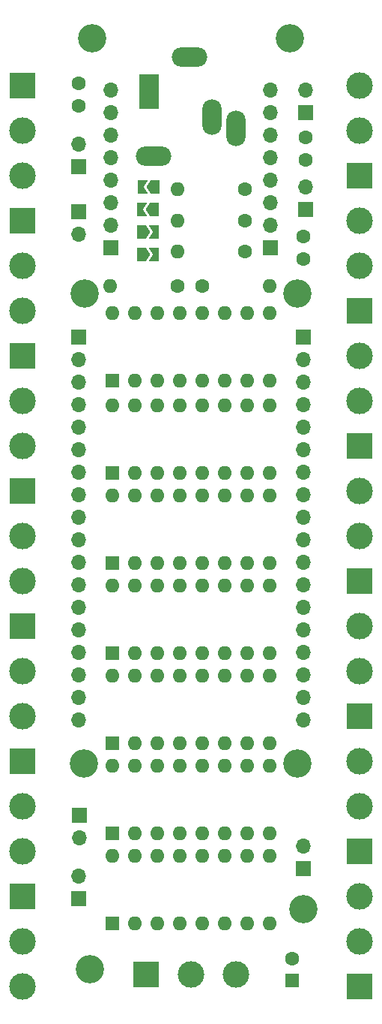
<source format=gbr>
%TF.GenerationSoftware,KiCad,Pcbnew,7.0.6*%
%TF.CreationDate,2024-08-21T19:33:41+02:00*%
%TF.ProjectId,Koracni ksilofon,4b6f7261-636e-4692-906b-73696c6f666f,rev?*%
%TF.SameCoordinates,PXca73a30PY16e2660*%
%TF.FileFunction,Soldermask,Top*%
%TF.FilePolarity,Negative*%
%FSLAX46Y46*%
G04 Gerber Fmt 4.6, Leading zero omitted, Abs format (unit mm)*
G04 Created by KiCad (PCBNEW 7.0.6) date 2024-08-21 19:33:41*
%MOMM*%
%LPD*%
G01*
G04 APERTURE LIST*
G04 Aperture macros list*
%AMFreePoly0*
4,1,6,1.000000,0.000000,0.500000,-0.750000,-0.500000,-0.750000,-0.500000,0.750000,0.500000,0.750000,1.000000,0.000000,1.000000,0.000000,$1*%
%AMFreePoly1*
4,1,6,0.500000,-0.750000,-0.650000,-0.750000,-0.150000,0.000000,-0.650000,0.750000,0.500000,0.750000,0.500000,-0.750000,0.500000,-0.750000,$1*%
G04 Aperture macros list end*
%ADD10R,1.700000X1.700000*%
%ADD11O,1.700000X1.700000*%
%ADD12C,1.600000*%
%ADD13O,1.600000X1.600000*%
%ADD14R,3.000000X3.000000*%
%ADD15C,3.000000*%
%ADD16FreePoly0,0.000000*%
%ADD17FreePoly1,0.000000*%
%ADD18C,3.200000*%
%ADD19R,1.600000X1.600000*%
%ADD20FreePoly0,180.000000*%
%ADD21FreePoly1,180.000000*%
%ADD22O,4.000000X2.200000*%
%ADD23O,2.200000X4.000000*%
%ADD24R,2.200000X4.000000*%
G04 APERTURE END LIST*
D10*
%TO.C,SW1*%
X40698000Y-24264000D03*
D11*
X40698000Y-21724000D03*
%TD*%
D12*
%TO.C,R5*%
X29014000Y-32900000D03*
D13*
X36634000Y-32900000D03*
%TD*%
D14*
%TO.C,J9*%
X8694000Y-25534000D03*
D15*
X8694000Y-30614000D03*
X8694000Y-35694000D03*
%TD*%
D10*
%TO.C,J20*%
X40469000Y-38667000D03*
D11*
X40469000Y-41207000D03*
X40469000Y-43747000D03*
X40469000Y-46287000D03*
X40469000Y-48827000D03*
X40469000Y-51367000D03*
X40469000Y-53907000D03*
X40469000Y-56447000D03*
X40469000Y-58987000D03*
X40469000Y-61527000D03*
X40469000Y-64067000D03*
X40469000Y-66607000D03*
X40469000Y-69147000D03*
X40469000Y-71687000D03*
X40469000Y-74227000D03*
X40469000Y-76767000D03*
X40469000Y-79307000D03*
X40469000Y-81847000D03*
%TD*%
D10*
%TO.C,J19*%
X15069000Y-38667000D03*
D11*
X15069000Y-41207000D03*
X15069000Y-43747000D03*
X15069000Y-46287000D03*
X15069000Y-48827000D03*
X15069000Y-51367000D03*
X15069000Y-53907000D03*
X15069000Y-56447000D03*
X15069000Y-58987000D03*
X15069000Y-61527000D03*
X15069000Y-64067000D03*
X15069000Y-66607000D03*
X15069000Y-69147000D03*
X15069000Y-71687000D03*
X15069000Y-74227000D03*
X15069000Y-76767000D03*
X15069000Y-79307000D03*
X15069000Y-81847000D03*
%TD*%
D16*
%TO.C,JP4*%
X22156000Y-26804000D03*
D17*
X23606000Y-26804000D03*
%TD*%
D12*
%TO.C,R6*%
X26220000Y-32900000D03*
D13*
X18600000Y-32900000D03*
%TD*%
D18*
%TO.C,H6*%
X40450000Y-103200000D03*
%TD*%
D10*
%TO.C,J16*%
X18730000Y-28567000D03*
D11*
X18730000Y-26027000D03*
X18730000Y-23487000D03*
X18730000Y-20947000D03*
X18730000Y-18407000D03*
X18730000Y-15867000D03*
X18730000Y-13327000D03*
X18730000Y-10787000D03*
%TD*%
D19*
%TO.C,U4*%
X18839000Y-74324000D03*
D13*
X21379000Y-74324000D03*
X23919000Y-74324000D03*
X26459000Y-74324000D03*
X28999000Y-74324000D03*
X31539000Y-74324000D03*
X34079000Y-74324000D03*
X36619000Y-74324000D03*
X36619000Y-66704000D03*
X34079000Y-66704000D03*
X31539000Y-66704000D03*
X28999000Y-66704000D03*
X26459000Y-66704000D03*
X23919000Y-66704000D03*
X21379000Y-66704000D03*
X18839000Y-66704000D03*
%TD*%
D19*
%TO.C,U6*%
X18839000Y-94644000D03*
D13*
X21379000Y-94644000D03*
X23919000Y-94644000D03*
X26459000Y-94644000D03*
X28999000Y-94644000D03*
X31539000Y-94644000D03*
X34079000Y-94644000D03*
X36619000Y-94644000D03*
X36619000Y-87024000D03*
X34079000Y-87024000D03*
X31539000Y-87024000D03*
X28999000Y-87024000D03*
X26459000Y-87024000D03*
X23919000Y-87024000D03*
X21379000Y-87024000D03*
X18839000Y-87024000D03*
%TD*%
D14*
%TO.C,J4*%
X46794000Y-66173999D03*
D15*
X46794000Y-61093999D03*
X46794000Y-56013999D03*
%TD*%
D14*
%TO.C,J26*%
X22655003Y-110531453D03*
D15*
X27735003Y-110531453D03*
X32815003Y-110531453D03*
%TD*%
D19*
%TO.C,U3*%
X18839000Y-64164000D03*
D13*
X21379000Y-64164000D03*
X23919000Y-64164000D03*
X26459000Y-64164000D03*
X28999000Y-64164000D03*
X31539000Y-64164000D03*
X34079000Y-64164000D03*
X36619000Y-64164000D03*
X36619000Y-56544000D03*
X34079000Y-56544000D03*
X31539000Y-56544000D03*
X28999000Y-56544000D03*
X26459000Y-56544000D03*
X23919000Y-56544000D03*
X21379000Y-56544000D03*
X18839000Y-56544000D03*
%TD*%
D20*
%TO.C,JP3*%
X23680001Y-21724000D03*
D21*
X22230001Y-21724000D03*
%TD*%
D19*
%TO.C,U5*%
X18839000Y-84484000D03*
D13*
X21379000Y-84484000D03*
X23919000Y-84484000D03*
X26459000Y-84484000D03*
X28999000Y-84484000D03*
X31539000Y-84484000D03*
X34079000Y-84484000D03*
X36619000Y-84484000D03*
X36619000Y-76864000D03*
X34079000Y-76864000D03*
X31539000Y-76864000D03*
X28999000Y-76864000D03*
X26459000Y-76864000D03*
X23919000Y-76864000D03*
X21379000Y-76864000D03*
X18839000Y-76864000D03*
%TD*%
D14*
%TO.C,J2*%
X46794000Y-96654000D03*
D15*
X46794000Y-91574000D03*
X46794000Y-86494000D03*
%TD*%
D12*
%TO.C,C1*%
X40698000Y-18676000D03*
X40698000Y-16176000D03*
%TD*%
D18*
%TO.C,H8*%
X16300000Y-110000000D03*
%TD*%
D14*
%TO.C,J3*%
X46794000Y-81414000D03*
D15*
X46794000Y-76334000D03*
X46794000Y-71254000D03*
%TD*%
D18*
%TO.C,H4*%
X39769000Y-33757000D03*
%TD*%
D19*
%TO.C,C4*%
X39150000Y-111250000D03*
D12*
X39150000Y-108750000D03*
%TD*%
D19*
%TO.C,U7*%
X18839000Y-104804000D03*
D13*
X21379000Y-104804000D03*
X23919000Y-104804000D03*
X26459000Y-104804000D03*
X28999000Y-104804000D03*
X31539000Y-104804000D03*
X34079000Y-104804000D03*
X36619000Y-104804000D03*
X36619000Y-97184000D03*
X34079000Y-97184000D03*
X31539000Y-97184000D03*
X28999000Y-97184000D03*
X26459000Y-97184000D03*
X23919000Y-97184000D03*
X21379000Y-97184000D03*
X18839000Y-97184000D03*
%TD*%
D19*
%TO.C,U2*%
X18839000Y-54004000D03*
D13*
X21379000Y-54004000D03*
X23919000Y-54004000D03*
X26459000Y-54004000D03*
X28999000Y-54004000D03*
X31539000Y-54004000D03*
X34079000Y-54004000D03*
X36619000Y-54004000D03*
X36619000Y-46384000D03*
X34079000Y-46384000D03*
X31539000Y-46384000D03*
X28999000Y-46384000D03*
X26459000Y-46384000D03*
X23919000Y-46384000D03*
X21379000Y-46384000D03*
X18839000Y-46384000D03*
%TD*%
D12*
%TO.C,C2*%
X40444000Y-29852000D03*
X40444000Y-27352000D03*
%TD*%
D14*
%TO.C,J13*%
X8694000Y-86494001D03*
D15*
X8694000Y-91574001D03*
X8694000Y-96654001D03*
%TD*%
D10*
%TO.C,J21*%
X15114000Y-92579000D03*
D11*
X15114000Y-95119000D03*
%TD*%
D12*
%TO.C,R1*%
X33840000Y-25540000D03*
D13*
X26220000Y-25540000D03*
%TD*%
D18*
%TO.C,H2*%
X15675000Y-86750000D03*
%TD*%
D10*
%TO.C,J22*%
X40464000Y-98579000D03*
D11*
X40464000Y-96039000D03*
%TD*%
D14*
%TO.C,J7*%
X46794000Y-20453999D03*
D15*
X46794000Y-15373999D03*
X46794000Y-10293999D03*
%TD*%
D14*
%TO.C,J14*%
X8694000Y-101734000D03*
D15*
X8694000Y-106814000D03*
X8694000Y-111894000D03*
%TD*%
D14*
%TO.C,J8*%
X8694000Y-10294000D03*
D15*
X8694000Y-15374000D03*
X8694000Y-20454000D03*
%TD*%
D10*
%TO.C,J15*%
X36730000Y-28567000D03*
D11*
X36730000Y-26027000D03*
X36730000Y-23487000D03*
X36730000Y-20947000D03*
X36730000Y-18407000D03*
X36730000Y-15867000D03*
X36730000Y-13327000D03*
X36730000Y-10787000D03*
%TD*%
D10*
%TO.C,J17*%
X15044000Y-19438000D03*
D11*
X15044000Y-16898000D03*
%TD*%
D18*
%TO.C,H3*%
X15769000Y-33757000D03*
%TD*%
D14*
%TO.C,J1*%
X46794000Y-111894001D03*
D15*
X46794000Y-106814001D03*
X46794000Y-101734001D03*
%TD*%
D16*
%TO.C,JP1*%
X22155999Y-29344000D03*
D17*
X23605999Y-29344000D03*
%TD*%
D14*
%TO.C,J10*%
X8694000Y-40774001D03*
D15*
X8694000Y-45854001D03*
X8694000Y-50934001D03*
%TD*%
D10*
%TO.C,J18*%
X15044000Y-24518000D03*
D11*
X15044000Y-27058000D03*
%TD*%
D20*
%TO.C,JP2*%
X23643000Y-24264000D03*
D21*
X22193000Y-24264000D03*
%TD*%
D12*
%TO.C,R3*%
X33834000Y-29004000D03*
D13*
X26214000Y-29004000D03*
%TD*%
D18*
%TO.C,H5*%
X38920000Y-4960000D03*
%TD*%
D12*
%TO.C,R2*%
X33840000Y-21984000D03*
D13*
X26220000Y-21984000D03*
%TD*%
D19*
%TO.C,U1*%
X18839000Y-43590000D03*
D13*
X21379000Y-43590000D03*
X23919000Y-43590000D03*
X26459000Y-43590000D03*
X28999000Y-43590000D03*
X31539000Y-43590000D03*
X34079000Y-43590000D03*
X36619000Y-43590000D03*
X36619000Y-35970000D03*
X34079000Y-35970000D03*
X31539000Y-35970000D03*
X28999000Y-35970000D03*
X26459000Y-35970000D03*
X23919000Y-35970000D03*
X21379000Y-35970000D03*
X18839000Y-35970000D03*
%TD*%
D10*
%TO.C,SW2*%
X40698000Y-13342000D03*
D11*
X40698000Y-10802000D03*
%TD*%
D14*
%TO.C,J6*%
X46794000Y-35694000D03*
D15*
X46794000Y-30614000D03*
X46794000Y-25534000D03*
%TD*%
D14*
%TO.C,J11*%
X8694000Y-56014000D03*
D15*
X8694000Y-61094000D03*
X8694000Y-66174000D03*
%TD*%
D12*
%TO.C,C3*%
X15044000Y-10060001D03*
X15044000Y-12560001D03*
%TD*%
D14*
%TO.C,J5*%
X46794000Y-50934000D03*
D15*
X46794000Y-45854000D03*
X46794000Y-40774000D03*
%TD*%
D10*
%TO.C,SW3*%
X15064000Y-102029000D03*
D11*
X15064000Y-99489000D03*
%TD*%
D18*
%TO.C,H1*%
X39769000Y-86757000D03*
%TD*%
D22*
%TO.C,J23*%
X27596753Y-7100114D03*
D23*
X32796753Y-15100114D03*
X30096753Y-13900114D03*
D24*
X22996753Y-11000114D03*
D22*
X23496753Y-18300114D03*
%TD*%
D18*
%TO.C,H7*%
X16568000Y-4960000D03*
%TD*%
D14*
%TO.C,J12*%
X8694000Y-71254000D03*
D15*
X8694000Y-76334000D03*
X8694000Y-81414000D03*
%TD*%
M02*

</source>
